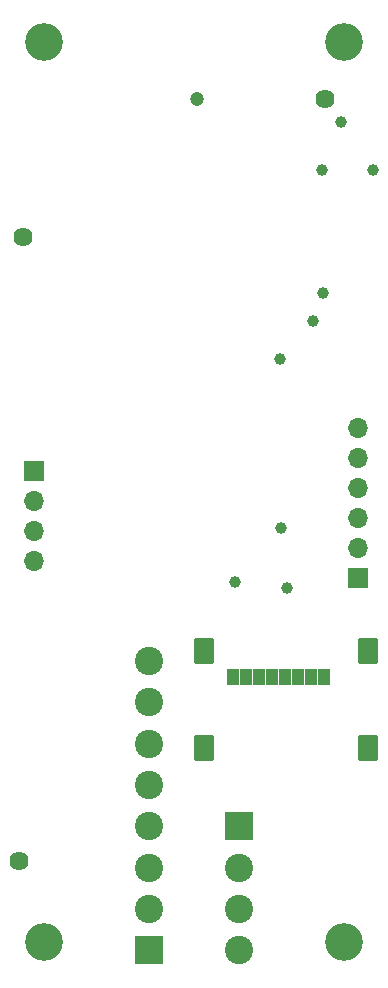
<source format=gbs>
G04 #@! TF.GenerationSoftware,KiCad,Pcbnew,7.0.8*
G04 #@! TF.CreationDate,2023-12-05T10:59:50-06:00*
G04 #@! TF.ProjectId,Flight_Board,466c6967-6874-45f4-926f-6172642e6b69,rev?*
G04 #@! TF.SameCoordinates,Original*
G04 #@! TF.FileFunction,Soldermask,Bot*
G04 #@! TF.FilePolarity,Negative*
%FSLAX46Y46*%
G04 Gerber Fmt 4.6, Leading zero omitted, Abs format (unit mm)*
G04 Created by KiCad (PCBNEW 7.0.8) date 2023-12-05 10:59:50*
%MOMM*%
%LPD*%
G01*
G04 APERTURE LIST*
G04 Aperture macros list*
%AMRoundRect*
0 Rectangle with rounded corners*
0 $1 Rounding radius*
0 $2 $3 $4 $5 $6 $7 $8 $9 X,Y pos of 4 corners*
0 Add a 4 corners polygon primitive as box body*
4,1,4,$2,$3,$4,$5,$6,$7,$8,$9,$2,$3,0*
0 Add four circle primitives for the rounded corners*
1,1,$1+$1,$2,$3*
1,1,$1+$1,$4,$5*
1,1,$1+$1,$6,$7*
1,1,$1+$1,$8,$9*
0 Add four rect primitives between the rounded corners*
20,1,$1+$1,$2,$3,$4,$5,0*
20,1,$1+$1,$4,$5,$6,$7,0*
20,1,$1+$1,$6,$7,$8,$9,0*
20,1,$1+$1,$8,$9,$2,$3,0*%
G04 Aperture macros list end*
%ADD10C,3.200000*%
%ADD11C,1.620000*%
%ADD12C,1.200000*%
%ADD13R,2.400000X2.400000*%
%ADD14C,2.400000*%
%ADD15C,1.000000*%
%ADD16RoundRect,0.102000X-0.400000X-0.600000X0.400000X-0.600000X0.400000X0.600000X-0.400000X0.600000X0*%
%ADD17RoundRect,0.102000X-0.750000X-1.000000X0.750000X-1.000000X0.750000X1.000000X-0.750000X1.000000X0*%
%ADD18R,1.700000X1.700000*%
%ADD19O,1.700000X1.700000*%
G04 APERTURE END LIST*
D10*
G04 #@! TO.C,H4*
X165100000Y-142875000D03*
G04 #@! TD*
G04 #@! TO.C,H1*
X139700000Y-66675000D03*
G04 #@! TD*
G04 #@! TO.C,H3*
X139700000Y-142875000D03*
G04 #@! TD*
D11*
G04 #@! TO.C,H5*
X137922000Y-83185000D03*
G04 #@! TD*
D10*
G04 #@! TO.C,H2*
X165100000Y-66675000D03*
G04 #@! TD*
D11*
G04 #@! TO.C,H7*
X163449000Y-71501000D03*
G04 #@! TD*
D12*
G04 #@! TO.C,U5*
X152654000Y-71501000D03*
G04 #@! TD*
D11*
G04 #@! TO.C,H6*
X137541000Y-136017000D03*
G04 #@! TD*
D13*
G04 #@! TO.C,J2*
X148590000Y-143540000D03*
D14*
X148590000Y-140040000D03*
X148590000Y-136540000D03*
X148590000Y-133040000D03*
X148590000Y-129540000D03*
X148590000Y-126040000D03*
X148590000Y-122540000D03*
X148590000Y-119040000D03*
G04 #@! TD*
D15*
G04 #@! TO.C,TP11*
X163195000Y-77470000D03*
G04 #@! TD*
G04 #@! TO.C,TP3*
X159766000Y-107823000D03*
G04 #@! TD*
G04 #@! TO.C,TP10*
X167513000Y-77470000D03*
G04 #@! TD*
G04 #@! TO.C,TP8*
X155829000Y-112395000D03*
G04 #@! TD*
G04 #@! TO.C,TP5*
X162433000Y-90297000D03*
G04 #@! TD*
D16*
G04 #@! TO.C,J5*
X163372000Y-120438000D03*
X162272000Y-120438000D03*
X161172000Y-120438000D03*
X160072000Y-120438000D03*
X158972000Y-120438000D03*
X157872000Y-120438000D03*
X156772000Y-120438000D03*
X155672000Y-120438000D03*
D17*
X153202000Y-118238000D03*
X153202000Y-126438000D03*
X167092000Y-126438000D03*
X167092000Y-118238000D03*
G04 #@! TD*
D15*
G04 #@! TO.C,TP9*
X160274000Y-112903000D03*
G04 #@! TD*
D18*
G04 #@! TO.C,J3*
X138811000Y-102997000D03*
D19*
X138811000Y-105537000D03*
X138811000Y-108077000D03*
X138811000Y-110617000D03*
G04 #@! TD*
D15*
G04 #@! TO.C,TP7*
X159639000Y-93472000D03*
G04 #@! TD*
D18*
G04 #@! TO.C,J4*
X166243000Y-112014000D03*
D19*
X166243000Y-109474000D03*
X166243000Y-106934000D03*
X166243000Y-104394000D03*
X166243000Y-101854000D03*
X166243000Y-99314000D03*
G04 #@! TD*
D15*
G04 #@! TO.C,TP2*
X164846000Y-73406000D03*
G04 #@! TD*
D13*
G04 #@! TO.C,J1*
X156210000Y-133040000D03*
D14*
X156210000Y-136540000D03*
X156210000Y-140040000D03*
X156210000Y-143540000D03*
G04 #@! TD*
D15*
G04 #@! TO.C,TP6*
X163322000Y-87884000D03*
G04 #@! TD*
M02*

</source>
